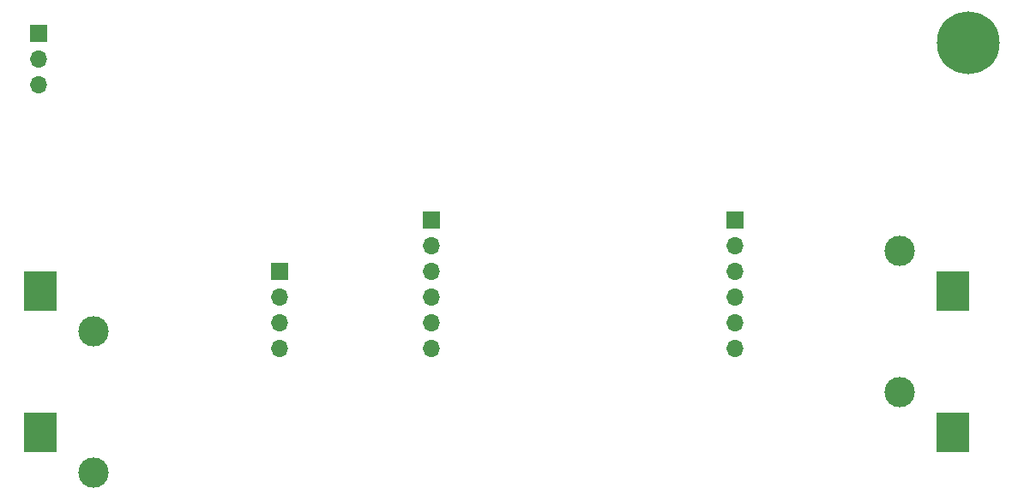
<source format=gbr>
G04 #@! TF.GenerationSoftware,KiCad,Pcbnew,6.0.2+dfsg-1*
G04 #@! TF.CreationDate,2022-08-30T21:03:39+10:00*
G04 #@! TF.ProjectId,AI.ABS.v1.single.ended.preamplifier,41492e41-4253-42e7-9631-2e73696e676c,rev?*
G04 #@! TF.SameCoordinates,Original*
G04 #@! TF.FileFunction,Soldermask,Bot*
G04 #@! TF.FilePolarity,Negative*
%FSLAX45Y45*%
G04 Gerber Fmt 4.5, Leading zero omitted, Abs format (unit mm)*
G04 Created by KiCad (PCBNEW 6.0.2+dfsg-1) date 2022-08-30 21:03:39*
%MOMM*%
%LPD*%
G01*
G04 APERTURE LIST*
%ADD10R,1.700000X1.700000*%
%ADD11O,1.700000X1.700000*%
%ADD12C,6.200000*%
%ADD13C,3.000000*%
%ADD14R,3.200000X4.000000*%
G04 APERTURE END LIST*
D10*
X16575000Y-12250000D03*
D11*
X16575000Y-12504000D03*
X16575000Y-12758000D03*
X16575000Y-13012000D03*
X16575000Y-13266000D03*
X16575000Y-13520000D03*
D12*
X18875000Y-10500000D03*
D10*
X13575000Y-12250000D03*
D11*
X13575000Y-12504000D03*
X13575000Y-12758000D03*
X13575000Y-13012000D03*
X13575000Y-13266000D03*
X13575000Y-13520000D03*
D10*
X12075000Y-12758000D03*
D11*
X12075000Y-13012000D03*
X12075000Y-13266000D03*
X12075000Y-13520000D03*
D10*
X9700000Y-10402000D03*
D11*
X9700000Y-10656000D03*
X9700000Y-10910000D03*
D13*
X10242500Y-13350000D03*
X10242500Y-14750000D03*
D14*
X9717500Y-12950000D03*
X9717500Y-14350000D03*
X18720000Y-12950000D03*
X18720000Y-14350000D03*
D13*
X18195000Y-12550000D03*
X18195000Y-13950000D03*
M02*

</source>
